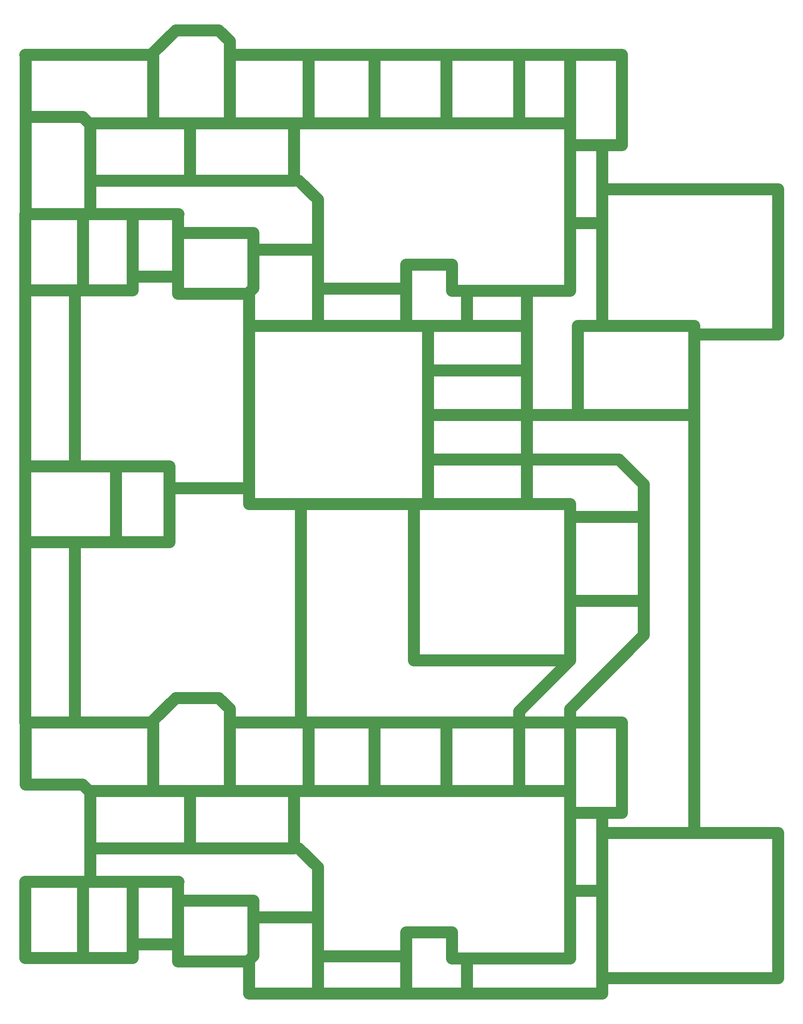
<source format=gbr>
%TF.GenerationSoftware,KiCad,Pcbnew,(7.0.0)*%
%TF.CreationDate,2023-06-21T10:54:44+02:00*%
%TF.ProjectId,shield,73686965-6c64-42e6-9b69-6361645f7063,rev?*%
%TF.SameCoordinates,Original*%
%TF.FileFunction,Soldermask,Top*%
%TF.FilePolarity,Negative*%
%FSLAX46Y46*%
G04 Gerber Fmt 4.6, Leading zero omitted, Abs format (unit mm)*
G04 Created by KiCad (PCBNEW (7.0.0)) date 2023-06-21 10:54:44*
%MOMM*%
%LPD*%
G01*
G04 APERTURE LIST*
%ADD10C,2.400000*%
G04 APERTURE END LIST*
D10*
X182200000Y-228900000D02*
X183350000Y-227750000D01*
X192275000Y-206475000D02*
X196075000Y-210275000D01*
X207200000Y-194900000D02*
X207250000Y-194900000D01*
X138277460Y-81250470D02*
X138277460Y-61900000D01*
X151050000Y-63200010D02*
X178625000Y-63200010D01*
X151050000Y-74475000D02*
X151050000Y-63200010D01*
X178625000Y-63200010D02*
X178625000Y-46925000D01*
X256250000Y-194875000D02*
X256250000Y-181600000D01*
X178625000Y-181600000D02*
X256250000Y-181600000D01*
X217900000Y-120800000D02*
X247475000Y-120800000D01*
X247475000Y-120800000D02*
X247475000Y-103200010D01*
X252325000Y-232203560D02*
X287075000Y-232203550D01*
X287075000Y-232203550D02*
X287075000Y-203471640D01*
X252325000Y-203479000D02*
X287075000Y-203479000D01*
X252325000Y-76225000D02*
X287075000Y-76225000D01*
X178625000Y-49600000D02*
X256250000Y-49600000D01*
X287075000Y-104949550D02*
X287075000Y-76217650D01*
X270549990Y-104949550D02*
X287075000Y-104949550D01*
X194200000Y-195200000D02*
X194200000Y-181600000D01*
X260525000Y-164375000D02*
X260525000Y-134525000D01*
X255600000Y-129600000D02*
X260525000Y-134525000D01*
X217900000Y-129600000D02*
X255600000Y-129600000D01*
X245975000Y-157546710D02*
X260525000Y-157546710D01*
X245975000Y-140987280D02*
X260525000Y-140987280D01*
X245950000Y-96275000D02*
X245950000Y-82900000D01*
X237425000Y-96275000D02*
X245950000Y-96275000D01*
X245950000Y-82900000D02*
X245950000Y-67575010D01*
X245950000Y-82900000D02*
X252325000Y-82900000D01*
X237397470Y-228275000D02*
X245950000Y-228275000D01*
X245950000Y-228275000D02*
X245950000Y-214900000D01*
X245950000Y-214900000D02*
X245950000Y-199575000D01*
X245950000Y-214900000D02*
X252325000Y-214900000D01*
X235875000Y-179400000D02*
X245975000Y-169300000D01*
X235875000Y-181600000D02*
X235875000Y-179400000D01*
X215075000Y-138400000D02*
X215075000Y-169300000D01*
X215075000Y-169300000D02*
X245975000Y-169300000D01*
X245975000Y-169300000D02*
X245975000Y-138400020D01*
X237422470Y-138400020D02*
X245975000Y-138400020D01*
X245950000Y-178950000D02*
X260525000Y-164375000D01*
X245950000Y-181600000D02*
X245950000Y-178950000D01*
X182491310Y-138400000D02*
X217900000Y-138400000D01*
X182500000Y-103200010D02*
X182500000Y-138400000D01*
X217900000Y-138400000D02*
X217900000Y-112000000D01*
X217900000Y-138400000D02*
X237422470Y-138400000D01*
X237422470Y-138400010D02*
X237422470Y-129600010D01*
X237422470Y-129600010D02*
X237422470Y-120800010D01*
X247475000Y-120800000D02*
X270549990Y-120800000D01*
X237422470Y-120800010D02*
X237422470Y-112000000D01*
X217900000Y-112000000D02*
X237422470Y-112000000D01*
X237422470Y-112000000D02*
X237422470Y-103200010D01*
X166750000Y-135305840D02*
X182491310Y-135305840D01*
X192724990Y-138400000D02*
X192725000Y-181600000D01*
X270549980Y-203479000D02*
X270549990Y-120875000D01*
X270549990Y-120800000D02*
X270549990Y-103200010D01*
X196075000Y-212125000D02*
X196075000Y-210275000D01*
X196075000Y-216560750D02*
X196075000Y-212125000D01*
X191400000Y-206475000D02*
X191400000Y-196175000D01*
X171601980Y-206475000D02*
X191400000Y-206475000D01*
X178625000Y-195200000D02*
X178625000Y-178925000D01*
X167975000Y-176775000D02*
X176475000Y-176775000D01*
X221525000Y-195200000D02*
X221525000Y-181600000D01*
X194700000Y-195200000D02*
X196046000Y-195200000D01*
X151050000Y-195200000D02*
X178625000Y-195200000D01*
X207250000Y-194900000D02*
X207250000Y-181600000D01*
X176475000Y-176775000D02*
X178625000Y-178925000D01*
X221445230Y-195200000D02*
X221525000Y-195200000D01*
X151050000Y-206475000D02*
X151050000Y-195200000D01*
X170800000Y-195200000D02*
X171771710Y-195200000D01*
X163525000Y-195132870D02*
X163525000Y-181225000D01*
X138175000Y-181600000D02*
X163525000Y-181600000D01*
X163525000Y-181225000D02*
X167975000Y-176775000D01*
X138250000Y-193900000D02*
X149500000Y-193900000D01*
X149500000Y-193900000D02*
X150800000Y-195200000D01*
X235875000Y-195200000D02*
X235875000Y-181600000D01*
X233194810Y-195200000D02*
X235873960Y-195200000D01*
X151050000Y-213100000D02*
X151050000Y-206475000D01*
X138250000Y-193900000D02*
X138304920Y-193900000D01*
X138175000Y-181600000D02*
X138250000Y-181600000D01*
X138250000Y-193900000D02*
X138250000Y-181600000D01*
X235873960Y-195200000D02*
X245950000Y-195200000D01*
X245950000Y-195200000D02*
X245950000Y-181600000D01*
X245950000Y-199575000D02*
X245950000Y-194694440D01*
X151050000Y-206475000D02*
X170800000Y-206475000D01*
X170800000Y-206475000D02*
X170800000Y-195200000D01*
X170800000Y-206475000D02*
X171862620Y-206475000D01*
X178625000Y-195200000D02*
X233381160Y-195200000D01*
X196075000Y-227850000D02*
X196075000Y-215220000D01*
X159475000Y-225496180D02*
X168454140Y-225496180D01*
X168450000Y-216875000D02*
X168450000Y-213100000D01*
X159475000Y-213100000D02*
X168475000Y-213100000D01*
X159475000Y-215292980D02*
X159475000Y-213100000D01*
X168450000Y-228900000D02*
X168450000Y-216875000D01*
X168454140Y-216875000D02*
X183350000Y-216875000D01*
X149650000Y-213100000D02*
X159475000Y-213100000D01*
X168454140Y-228900000D02*
X182200000Y-228900000D01*
X183350000Y-227750000D02*
X183350000Y-216875000D01*
X183375000Y-220140030D02*
X196100000Y-220140030D01*
X196075000Y-235200000D02*
X196075000Y-227850000D01*
X149650000Y-228180380D02*
X149650000Y-213100000D01*
X138200000Y-213100000D02*
X138200000Y-213100000D01*
X138200000Y-213100000D02*
X149951770Y-213100000D01*
X159475000Y-228180380D02*
X159475000Y-214750000D01*
X138200000Y-228175000D02*
X138200000Y-213094630D01*
X138200000Y-228175000D02*
X159475000Y-228175000D01*
X196075000Y-235200000D02*
X225525000Y-235200000D01*
X182491310Y-235200000D02*
X182491310Y-228900000D01*
X182200000Y-228900000D02*
X182491310Y-228900000D01*
X256250000Y-199475000D02*
X256250000Y-194875000D01*
X245950000Y-199475000D02*
X256250000Y-199475000D01*
X213550000Y-223126420D02*
X219375000Y-223126420D01*
X211538220Y-235200000D02*
X211740060Y-235200000D01*
X212093260Y-235200000D02*
X213550000Y-235200000D01*
X225500000Y-228275000D02*
X237397470Y-228275000D01*
X213550000Y-235200000D02*
X213550000Y-227850000D01*
X196075000Y-227850000D02*
X213550000Y-227850000D01*
X213550000Y-227850000D02*
X213550000Y-223126420D01*
X222625000Y-228275000D02*
X225500000Y-228275000D01*
X222625000Y-228282210D02*
X222625000Y-223126420D01*
X219375000Y-223126420D02*
X222625000Y-223126420D01*
X225525000Y-235200000D02*
X225525000Y-228282210D01*
X225500000Y-228282210D02*
X225525000Y-228282210D01*
X225525000Y-235200000D02*
X237422470Y-235200000D01*
X237422470Y-235200000D02*
X252325000Y-235200000D01*
X252325000Y-235200000D02*
X252325000Y-199650000D01*
X182491310Y-235200000D02*
X196075000Y-235200000D01*
X182491310Y-103200010D02*
X196075000Y-103200010D01*
X138200000Y-145990000D02*
X166750000Y-145990000D01*
X166750000Y-145990000D02*
X166750000Y-130950000D01*
X147976040Y-181600000D02*
X147976060Y-145989670D01*
X147976040Y-96175000D02*
X147976060Y-130960330D01*
X194200000Y-63200010D02*
X194200000Y-49600000D01*
X252325000Y-103200010D02*
X252325000Y-67650000D01*
X247475000Y-103200010D02*
X270549990Y-103200010D01*
X237425000Y-103200010D02*
X237425000Y-96275000D01*
X225525000Y-103200010D02*
X237422470Y-103200010D01*
X217900000Y-112000000D02*
X217900000Y-103200010D01*
X237422470Y-102943280D02*
X237422470Y-101406080D01*
X237165740Y-103200010D02*
X237422470Y-102943280D01*
X225500000Y-96282210D02*
X225525000Y-96282210D01*
X225525000Y-103200010D02*
X225525000Y-96282210D01*
X219375000Y-91126410D02*
X222625000Y-91126410D01*
X222625000Y-96282210D02*
X222625000Y-91126410D01*
X222625000Y-96275000D02*
X225500000Y-96275000D01*
X213550000Y-95850000D02*
X213550000Y-91126410D01*
X196075000Y-95850000D02*
X213550000Y-95850000D01*
X213550000Y-103200010D02*
X213550000Y-95850000D01*
X225500000Y-96275000D02*
X237397470Y-96275000D01*
X212093260Y-103200010D02*
X213550000Y-103200010D01*
X211538220Y-103200010D02*
X211740060Y-103200010D01*
X213550000Y-91126410D02*
X219375000Y-91126410D01*
X245950000Y-67475000D02*
X256250000Y-67475000D01*
X256250000Y-67475000D02*
X256250000Y-62874990D01*
X182200000Y-96900000D02*
X182491310Y-96900000D01*
X182500000Y-103200010D02*
X182500000Y-96900000D01*
X182200000Y-96900000D02*
X183350000Y-95749990D01*
X196075000Y-103200010D02*
X225525000Y-103200010D01*
X138200000Y-96175000D02*
X159475000Y-96175000D01*
X138200000Y-96175000D02*
X138200000Y-81094630D01*
X159475000Y-96180380D02*
X159475000Y-82749990D01*
X138200000Y-81100000D02*
X149951770Y-81100000D01*
X138200000Y-81100000D02*
X138200000Y-81100000D01*
X149650000Y-96180380D02*
X149650000Y-81100000D01*
X138200000Y-181600000D02*
X138200000Y-146175000D01*
X196075000Y-103200010D02*
X196075000Y-95850000D01*
X183375000Y-88140020D02*
X196100000Y-88140020D01*
X196075000Y-80124990D02*
X196075000Y-78275000D01*
X183350000Y-95749990D02*
X183350000Y-84874990D01*
X168454140Y-96900000D02*
X182200000Y-96900000D01*
X196075000Y-84560750D02*
X196075000Y-80124990D01*
X149650000Y-81100000D02*
X159475000Y-81100000D01*
X168454140Y-84874990D02*
X183350000Y-84874990D01*
X168450000Y-96900000D02*
X168450000Y-84874990D01*
X159475000Y-83292980D02*
X159475000Y-81100000D01*
X159475000Y-81100000D02*
X168475000Y-81100000D01*
X168450000Y-84874990D02*
X168450000Y-81100000D01*
X159475000Y-93496180D02*
X168454140Y-93496180D01*
X192275000Y-74475000D02*
X196075000Y-78275000D01*
X196075000Y-95850000D02*
X196075000Y-83220000D01*
X178625000Y-63200010D02*
X233381160Y-63200010D01*
X170800000Y-74475000D02*
X171862620Y-74475000D01*
X170800000Y-74475000D02*
X170800000Y-63200010D01*
X151050000Y-74475000D02*
X170800000Y-74475000D01*
X156108800Y-145990000D02*
X156108800Y-130960330D01*
X138200000Y-146175000D02*
X138200000Y-138273740D01*
X138200000Y-130950000D02*
X166750000Y-130950000D01*
X138199990Y-96175000D02*
X138200000Y-138475030D01*
X245950000Y-67575010D02*
X245950000Y-62694440D01*
X256250000Y-62874990D02*
X256250000Y-49600000D01*
X245950000Y-63200010D02*
X245950000Y-49600000D01*
X235873960Y-63200010D02*
X245950000Y-63200010D01*
X138250000Y-61900000D02*
X138250000Y-49600000D01*
X138175000Y-49600000D02*
X138250000Y-49600000D01*
X138250000Y-61900000D02*
X138304920Y-61900000D01*
X151050000Y-81100000D02*
X151050000Y-74475000D01*
X233194810Y-63200010D02*
X235873960Y-63200010D01*
X235875000Y-63200010D02*
X235875000Y-49600000D01*
X149500000Y-61900000D02*
X150800000Y-63200010D01*
X138250000Y-61900000D02*
X149500000Y-61900000D01*
X163525000Y-49225000D02*
X167975000Y-44775000D01*
X138175000Y-49600000D02*
X163525000Y-49600000D01*
X163525000Y-63132870D02*
X163525000Y-49225000D01*
X170800000Y-63200010D02*
X171771710Y-63200010D01*
X221445230Y-63200010D02*
X221525000Y-63200010D01*
X176475000Y-44775000D02*
X178625000Y-46925000D01*
X171601980Y-74475000D02*
X191400000Y-74475000D01*
X207250000Y-62900000D02*
X207250000Y-49600000D01*
X191400000Y-74475000D02*
X191400000Y-64175000D01*
X207200000Y-62900000D02*
X207250000Y-62900000D01*
X194700000Y-63200010D02*
X196046000Y-63200010D01*
X221525000Y-63200010D02*
X221525000Y-49600000D01*
X167975000Y-44775000D02*
X176475000Y-44775000D01*
M02*

</source>
